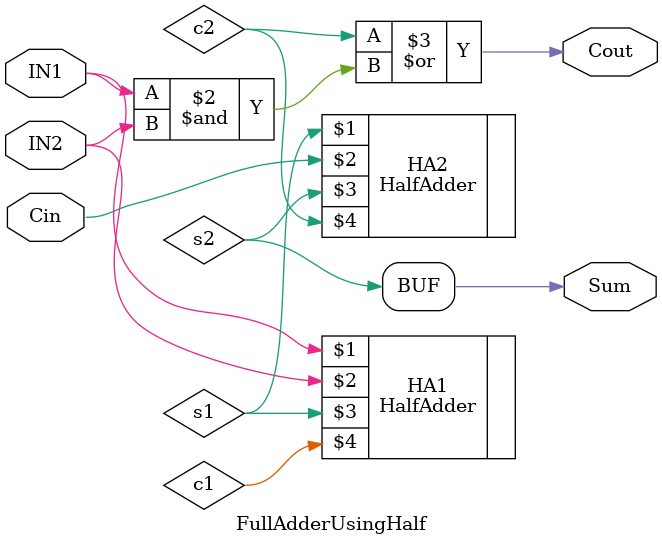
<source format=v>
`timescale 1ns / 1ps

module FullAdderUsingHalf(
    input IN1,
    input IN2,
    input Cin,
    output reg Sum,
    output reg Cout
    );

    wire s1,c1,s2,c2; 
    
    HalfAdder HA1(IN1,IN2,s1,c1);
    HalfAdder HA2(s1,Cin,s2,c2);
    
    always @(s2 or c2) //ans will depend on the last subsystem output o.w. ans not correct
        begin
            Sum = s2;
            Cout = c2 | (IN1&IN2);        
        end
    
endmodule

</source>
